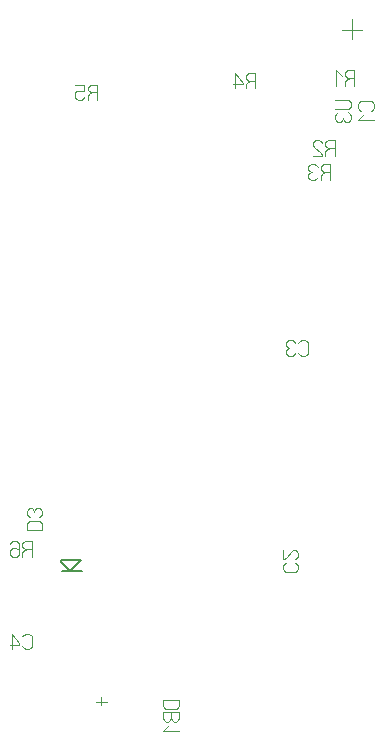
<source format=gbr>
%FSLAX34Y34*%
%MOMM*%
%LNSILK_BOTTOM_*%
G71*
G01*
%ADD10C, 0.09*%
%ADD11C, 0.20*%
%ADD12C, 0.10*%
%LPD*%
G54D10*
X-79013Y851277D02*
X-82013Y849610D01*
X-83013Y847943D01*
X-83013Y844610D01*
G54D10*
X-75013Y844610D02*
X-75013Y857943D01*
X-80013Y857943D01*
X-82013Y857110D01*
X-83013Y855443D01*
X-83013Y853777D01*
X-82013Y852110D01*
X-80013Y851277D01*
X-75013Y851277D01*
G54D10*
X-85680Y855443D02*
X-86680Y857110D01*
X-88680Y857943D01*
X-90680Y857943D01*
X-92680Y857110D01*
X-93680Y855443D01*
X-93680Y853777D01*
X-92680Y852110D01*
X-90680Y851277D01*
X-92680Y850443D01*
X-93680Y848777D01*
X-93680Y847110D01*
X-92680Y845443D01*
X-90680Y844610D01*
X-88680Y844610D01*
X-86680Y845443D01*
X-85680Y847110D01*
G54D10*
X-75296Y871723D02*
X-78296Y870056D01*
X-79296Y868389D01*
X-79296Y865056D01*
G54D10*
X-71296Y865056D02*
X-71296Y878389D01*
X-76296Y878389D01*
X-78296Y877556D01*
X-79296Y875889D01*
X-79296Y874223D01*
X-78296Y872556D01*
X-76296Y871723D01*
X-71296Y871723D01*
G54D10*
X-89963Y865056D02*
X-81963Y865056D01*
X-81963Y865889D01*
X-82963Y867556D01*
X-88963Y872556D01*
X-89963Y874223D01*
X-89963Y875889D01*
X-88963Y877556D01*
X-86963Y878389D01*
X-84963Y878389D01*
X-82963Y877556D01*
X-81963Y875889D01*
G54D10*
X-70567Y912283D02*
X-59734Y912283D01*
X-58067Y911283D01*
X-57234Y909283D01*
X-57234Y907283D01*
X-58067Y905283D01*
X-59734Y904283D01*
X-70567Y904283D01*
G54D10*
X-68067Y901616D02*
X-69734Y900616D01*
X-70567Y898616D01*
X-70567Y896616D01*
X-69734Y894616D01*
X-68067Y893616D01*
X-66400Y893616D01*
X-64734Y894616D01*
X-63900Y896616D01*
X-63067Y894616D01*
X-61400Y893616D01*
X-59734Y893616D01*
X-58067Y894616D01*
X-57234Y896616D01*
X-57234Y898616D01*
X-58067Y900616D01*
X-59734Y901616D01*
G54D10*
X-40470Y903154D02*
X-38803Y904154D01*
X-37970Y906154D01*
X-37970Y908154D01*
X-38803Y910154D01*
X-40470Y911154D01*
X-48803Y911154D01*
X-50470Y910154D01*
X-51303Y908154D01*
X-51303Y906154D01*
X-50470Y904154D01*
X-48803Y903154D01*
G54D10*
X-46303Y900487D02*
X-51303Y895487D01*
X-37970Y895487D01*
G54D10*
X-58619Y930667D02*
X-61619Y929000D01*
X-62619Y927333D01*
X-62619Y924000D01*
G54D10*
X-54619Y924000D02*
X-54619Y937333D01*
X-59619Y937333D01*
X-61619Y936500D01*
X-62619Y934833D01*
X-62619Y933167D01*
X-61619Y931500D01*
X-59619Y930667D01*
X-54619Y930667D01*
G54D10*
X-65286Y932333D02*
X-70286Y937333D01*
X-70286Y924000D01*
G54D10*
X-142538Y928667D02*
X-145538Y927000D01*
X-146538Y925333D01*
X-146538Y922000D01*
G54D10*
X-138538Y922000D02*
X-138538Y935333D01*
X-143538Y935333D01*
X-145538Y934500D01*
X-146538Y932833D01*
X-146538Y931167D01*
X-145538Y929500D01*
X-143538Y928667D01*
X-138538Y928667D01*
G54D10*
X-155205Y922000D02*
X-155205Y935333D01*
X-149205Y927000D01*
X-149205Y925333D01*
X-157205Y925333D01*
G54D10*
X-276411Y918563D02*
X-279411Y916896D01*
X-280411Y915229D01*
X-280411Y911896D01*
G54D10*
X-272411Y911896D02*
X-272411Y925229D01*
X-277411Y925229D01*
X-279411Y924396D01*
X-280411Y922729D01*
X-280411Y921063D01*
X-279411Y919396D01*
X-277411Y918563D01*
X-272411Y918563D01*
G54D10*
X-291078Y925229D02*
X-283078Y925229D01*
X-283078Y919396D01*
X-284078Y919396D01*
X-286078Y920229D01*
X-288078Y920229D01*
X-290078Y919396D01*
X-291078Y917729D01*
X-291078Y914396D01*
X-290078Y912729D01*
X-288078Y911896D01*
X-286078Y911896D01*
X-284078Y912729D01*
X-283078Y914396D01*
G54D10*
X-101860Y698324D02*
X-100860Y696657D01*
X-98860Y695824D01*
X-96860Y695824D01*
X-94860Y696657D01*
X-93860Y698324D01*
X-93860Y706657D01*
X-94860Y708324D01*
X-96860Y709157D01*
X-98860Y709157D01*
X-100860Y708324D01*
X-101860Y706657D01*
G54D10*
X-104527Y706657D02*
X-105527Y708324D01*
X-107527Y709157D01*
X-109527Y709157D01*
X-111527Y708324D01*
X-112527Y706657D01*
X-112527Y704991D01*
X-111527Y703324D01*
X-109527Y702491D01*
X-111527Y701657D01*
X-112527Y699991D01*
X-112527Y698324D01*
X-111527Y696657D01*
X-109527Y695824D01*
X-107527Y695824D01*
X-105527Y696657D01*
X-104527Y698324D01*
G54D10*
X-112742Y520560D02*
X-114409Y519560D01*
X-115242Y517560D01*
X-115242Y515560D01*
X-114409Y513560D01*
X-112742Y512560D01*
X-104409Y512560D01*
X-102742Y513560D01*
X-101909Y515560D01*
X-101909Y517560D01*
X-102742Y519560D01*
X-104409Y520560D01*
G54D10*
X-115242Y531227D02*
X-115242Y523227D01*
X-114409Y523227D01*
X-112742Y524227D01*
X-107742Y530227D01*
X-106075Y531227D01*
X-104409Y531227D01*
X-102742Y530227D01*
X-101909Y528227D01*
X-101909Y526227D01*
X-102742Y524227D01*
X-104409Y523227D01*
G54D10*
X-202899Y404595D02*
X-216232Y404595D01*
X-216232Y399595D01*
X-215399Y397595D01*
X-213732Y396595D01*
X-205399Y396595D01*
X-203732Y397595D01*
X-202899Y399595D01*
X-202899Y404595D01*
G54D10*
X-202899Y393928D02*
X-216232Y393928D01*
X-216232Y388928D01*
X-215399Y386928D01*
X-213732Y385928D01*
X-212066Y385928D01*
X-210399Y386928D01*
X-209566Y388928D01*
X-208732Y386928D01*
X-207066Y385928D01*
X-205399Y385928D01*
X-203732Y386928D01*
X-202899Y388928D01*
X-202899Y393928D01*
G54D10*
X-209566Y393928D02*
X-209566Y388928D01*
G54D10*
X-211232Y383261D02*
X-216232Y378261D01*
X-202899Y378261D01*
G54D10*
X-335564Y449636D02*
X-334564Y447969D01*
X-332564Y447136D01*
X-330564Y447136D01*
X-328564Y447969D01*
X-327564Y449636D01*
X-327564Y457969D01*
X-328564Y459636D01*
X-330564Y460469D01*
X-332564Y460469D01*
X-334564Y459636D01*
X-335564Y457969D01*
G54D10*
X-344231Y447136D02*
X-344231Y460469D01*
X-338231Y452136D01*
X-338231Y450469D01*
X-346231Y450469D01*
G54D10*
X-331710Y532271D02*
X-334710Y530604D01*
X-335710Y528937D01*
X-335710Y525604D01*
G54D10*
X-327710Y525604D02*
X-327710Y538937D01*
X-332710Y538937D01*
X-334710Y538104D01*
X-335710Y536437D01*
X-335710Y534771D01*
X-334710Y533104D01*
X-332710Y532271D01*
X-327710Y532271D01*
G54D10*
X-346377Y536437D02*
X-345377Y538104D01*
X-343377Y538937D01*
X-341377Y538937D01*
X-339377Y538104D01*
X-338377Y536437D01*
X-338377Y532271D01*
X-338377Y531437D01*
X-341377Y533104D01*
X-343377Y533104D01*
X-345377Y532271D01*
X-346377Y530604D01*
X-346377Y528104D01*
X-345377Y526437D01*
X-343377Y525604D01*
X-341377Y525604D01*
X-339377Y526437D01*
X-338377Y528104D01*
X-338377Y532271D01*
G54D10*
X-318709Y548051D02*
X-332042Y548051D01*
X-332042Y553051D01*
X-331209Y555051D01*
X-329542Y556051D01*
X-321209Y556051D01*
X-319542Y555051D01*
X-318709Y553051D01*
X-318709Y548051D01*
G54D10*
X-329542Y558718D02*
X-331209Y559718D01*
X-332042Y561718D01*
X-332042Y563718D01*
X-331209Y565718D01*
X-329542Y566718D01*
X-327875Y566718D01*
X-326209Y565718D01*
X-325375Y563718D01*
X-324542Y565718D01*
X-322875Y566718D01*
X-321209Y566718D01*
X-319542Y565718D01*
X-318709Y563718D01*
X-318709Y561718D01*
X-319542Y559718D01*
X-321209Y558718D01*
G54D11*
X-285473Y513514D02*
X-302365Y513514D01*
G54D11*
X-286149Y522466D02*
X-303041Y522466D01*
X-303209Y522635D01*
X-303209Y521284D01*
X-296453Y514527D01*
X-294088Y514527D01*
X-286149Y522466D01*
G54D12*
X-263736Y402897D02*
X-272228Y402897D01*
X-273207Y402918D01*
G54D12*
X-269131Y406394D02*
X-269131Y399900D01*
X-269135Y399601D01*
G54D12*
X-48327Y971747D02*
X-65056Y971747D01*
G54D12*
X-56877Y963941D02*
X-56877Y981041D01*
M02*

</source>
